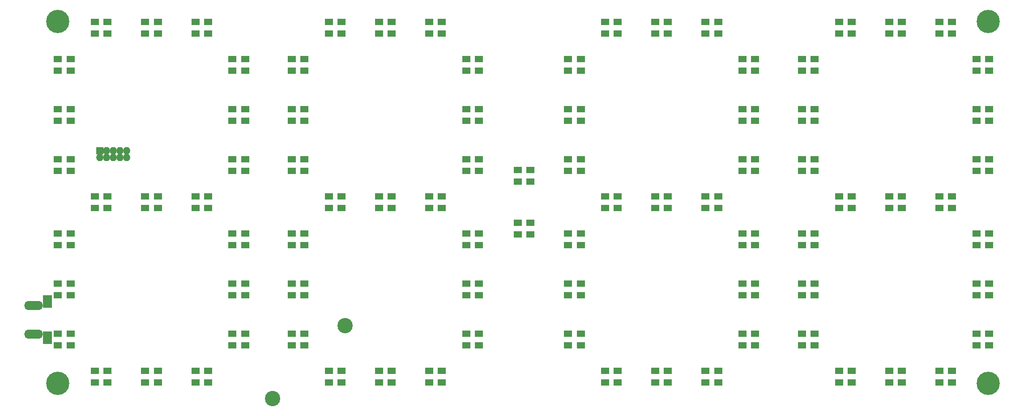
<source format=gbr>
G04 #@! TF.GenerationSoftware,KiCad,Pcbnew,(5.0.0)*
G04 #@! TF.CreationDate,2020-11-19T16:59:29-05:00*
G04 #@! TF.ProjectId,WS2812B Mini Clock,57533238313242204D696E6920436C6F,rev?*
G04 #@! TF.SameCoordinates,Original*
G04 #@! TF.FileFunction,Soldermask,Top*
G04 #@! TF.FilePolarity,Negative*
%FSLAX46Y46*%
G04 Gerber Fmt 4.6, Leading zero omitted, Abs format (unit mm)*
G04 Created by KiCad (PCBNEW (5.0.0)) date 11/19/20 16:59:29*
%MOMM*%
%LPD*%
G01*
G04 APERTURE LIST*
%ADD10R,1.500000X1.300000*%
%ADD11C,4.400000*%
%ADD12C,2.900000*%
%ADD13O,3.550000X1.700000*%
%ADD14R,1.800000X2.400000*%
%ADD15R,1.400000X1.400000*%
%ADD16O,1.400000X1.400000*%
G04 APERTURE END LIST*
D10*
G04 #@! TO.C,U71*
X195200000Y-86150000D03*
X195200000Y-88350000D03*
X192800000Y-88350000D03*
X192800000Y-86150000D03*
G04 #@! TD*
G04 #@! TO.C,U54*
X150950000Y-86150000D03*
X150950000Y-88350000D03*
X148550000Y-88350000D03*
X148550000Y-86150000D03*
G04 #@! TD*
G04 #@! TO.C,U58*
X150950000Y-109650000D03*
X150950000Y-111850000D03*
X148550000Y-111850000D03*
X148550000Y-109650000D03*
G04 #@! TD*
G04 #@! TO.C,U49*
X150950000Y-95650000D03*
X150950000Y-97850000D03*
X148550000Y-97850000D03*
X148550000Y-95650000D03*
G04 #@! TD*
G04 #@! TO.C,U59*
X150950000Y-76650000D03*
X150950000Y-78850000D03*
X148550000Y-78850000D03*
X148550000Y-76650000D03*
G04 #@! TD*
D11*
G04 #@! TO.C,REF3*
X228000000Y-69500000D03*
G04 #@! TD*
D10*
G04 #@! TO.C,U53*
X150950000Y-119150000D03*
X150950000Y-121350000D03*
X148550000Y-121350000D03*
X148550000Y-119150000D03*
G04 #@! TD*
D11*
G04 #@! TO.C,REF4*
X228000000Y-138000000D03*
G04 #@! TD*
D10*
G04 #@! TO.C,U89*
X221200000Y-102650000D03*
X221200000Y-104850000D03*
X218800000Y-104850000D03*
X218800000Y-102650000D03*
G04 #@! TD*
G04 #@! TO.C,U80*
X221200000Y-135650000D03*
X221200000Y-137850000D03*
X218800000Y-137850000D03*
X218800000Y-135650000D03*
G04 #@! TD*
G04 #@! TO.C,U86*
X228200000Y-95650000D03*
X228200000Y-97850000D03*
X225800000Y-97850000D03*
X225800000Y-95650000D03*
G04 #@! TD*
G04 #@! TO.C,U67*
X202200000Y-69650000D03*
X202200000Y-71850000D03*
X199800000Y-71850000D03*
X199800000Y-69650000D03*
G04 #@! TD*
G04 #@! TO.C,U82*
X228200000Y-86150000D03*
X228200000Y-88350000D03*
X225800000Y-88350000D03*
X225800000Y-86150000D03*
G04 #@! TD*
G04 #@! TO.C,U72*
X211700000Y-69650000D03*
X211700000Y-71850000D03*
X209300000Y-71850000D03*
X209300000Y-69650000D03*
G04 #@! TD*
G04 #@! TO.C,U87*
X228200000Y-128650000D03*
X228200000Y-130850000D03*
X225800000Y-130850000D03*
X225800000Y-128650000D03*
G04 #@! TD*
G04 #@! TO.C,U83*
X228200000Y-119150000D03*
X228200000Y-121350000D03*
X225800000Y-121350000D03*
X225800000Y-119150000D03*
G04 #@! TD*
G04 #@! TO.C,U79*
X228200000Y-109650000D03*
X228200000Y-111850000D03*
X225800000Y-111850000D03*
X225800000Y-109650000D03*
G04 #@! TD*
G04 #@! TO.C,U66*
X195200000Y-95650000D03*
X195200000Y-97850000D03*
X192800000Y-97850000D03*
X192800000Y-95650000D03*
G04 #@! TD*
G04 #@! TO.C,U76*
X195200000Y-76650000D03*
X195200000Y-78850000D03*
X192800000Y-78850000D03*
X192800000Y-76650000D03*
G04 #@! TD*
G04 #@! TO.C,U85*
X211700000Y-102650000D03*
X211700000Y-104850000D03*
X209300000Y-104850000D03*
X209300000Y-102650000D03*
G04 #@! TD*
G04 #@! TO.C,U81*
X202200000Y-102650000D03*
X202200000Y-104850000D03*
X199800000Y-104850000D03*
X199800000Y-102650000D03*
G04 #@! TD*
G04 #@! TO.C,U88*
X202200000Y-135650000D03*
X202200000Y-137850000D03*
X199800000Y-137850000D03*
X199800000Y-135650000D03*
G04 #@! TD*
G04 #@! TO.C,U78*
X228200000Y-76650000D03*
X228200000Y-78850000D03*
X225800000Y-78850000D03*
X225800000Y-76650000D03*
G04 #@! TD*
G04 #@! TO.C,U75*
X195200000Y-109650000D03*
X195200000Y-111850000D03*
X192800000Y-111850000D03*
X192800000Y-109650000D03*
G04 #@! TD*
G04 #@! TO.C,U77*
X221200000Y-69650000D03*
X221200000Y-71850000D03*
X218800000Y-71850000D03*
X218800000Y-69650000D03*
G04 #@! TD*
G04 #@! TO.C,U84*
X211700000Y-135650000D03*
X211700000Y-137850000D03*
X209300000Y-137850000D03*
X209300000Y-135650000D03*
G04 #@! TD*
G04 #@! TO.C,U50*
X157950000Y-69650000D03*
X157950000Y-71850000D03*
X155550000Y-71850000D03*
X155550000Y-69650000D03*
G04 #@! TD*
G04 #@! TO.C,U73*
X157950000Y-135650000D03*
X157950000Y-137850000D03*
X155550000Y-137850000D03*
X155550000Y-135650000D03*
G04 #@! TD*
G04 #@! TO.C,U56*
X183950000Y-86150000D03*
X183950000Y-88350000D03*
X181550000Y-88350000D03*
X181550000Y-86150000D03*
G04 #@! TD*
G04 #@! TO.C,U65*
X195200000Y-128650000D03*
X195200000Y-130850000D03*
X192800000Y-130850000D03*
X192800000Y-128650000D03*
G04 #@! TD*
G04 #@! TO.C,U57*
X183950000Y-119150000D03*
X183950000Y-121350000D03*
X181550000Y-121350000D03*
X181550000Y-119150000D03*
G04 #@! TD*
G04 #@! TO.C,U55*
X167450000Y-69650000D03*
X167450000Y-71850000D03*
X165050000Y-71850000D03*
X165050000Y-69650000D03*
G04 #@! TD*
G04 #@! TO.C,U62*
X183950000Y-128650000D03*
X183950000Y-130850000D03*
X181550000Y-130850000D03*
X181550000Y-128650000D03*
G04 #@! TD*
G04 #@! TO.C,U48*
X150950000Y-128650000D03*
X150950000Y-130850000D03*
X148550000Y-130850000D03*
X148550000Y-128650000D03*
G04 #@! TD*
G04 #@! TO.C,U51*
X183950000Y-76650000D03*
X183950000Y-78850000D03*
X181550000Y-78850000D03*
X181550000Y-76650000D03*
G04 #@! TD*
G04 #@! TO.C,U64*
X157950000Y-102650000D03*
X157950000Y-104850000D03*
X155550000Y-104850000D03*
X155550000Y-102650000D03*
G04 #@! TD*
G04 #@! TO.C,U70*
X195200000Y-119150000D03*
X195200000Y-121350000D03*
X192800000Y-121350000D03*
X192800000Y-119150000D03*
G04 #@! TD*
G04 #@! TO.C,U63*
X176950000Y-135650000D03*
X176950000Y-137850000D03*
X174550000Y-137850000D03*
X174550000Y-135650000D03*
G04 #@! TD*
G04 #@! TO.C,U74*
X176950000Y-102650000D03*
X176950000Y-104850000D03*
X174550000Y-104850000D03*
X174550000Y-102650000D03*
G04 #@! TD*
G04 #@! TO.C,U68*
X167450000Y-135650000D03*
X167450000Y-137850000D03*
X165050000Y-137850000D03*
X165050000Y-135650000D03*
G04 #@! TD*
G04 #@! TO.C,U52*
X183950000Y-109650000D03*
X183950000Y-111850000D03*
X181550000Y-111850000D03*
X181550000Y-109650000D03*
G04 #@! TD*
G04 #@! TO.C,U61*
X183950000Y-95650000D03*
X183950000Y-97850000D03*
X181550000Y-97850000D03*
X181550000Y-95650000D03*
G04 #@! TD*
G04 #@! TO.C,U60*
X176950000Y-69650000D03*
X176950000Y-71850000D03*
X174550000Y-71850000D03*
X174550000Y-69650000D03*
G04 #@! TD*
G04 #@! TO.C,U69*
X167450000Y-102650000D03*
X167450000Y-104850000D03*
X165050000Y-104850000D03*
X165050000Y-102650000D03*
G04 #@! TD*
D11*
G04 #@! TO.C,REF2*
X52000000Y-69500000D03*
G04 #@! TD*
D10*
G04 #@! TO.C,U6*
X52050000Y-76650000D03*
X52050000Y-78850000D03*
X54450000Y-78850000D03*
X54450000Y-76650000D03*
G04 #@! TD*
G04 #@! TO.C,U3*
X52050000Y-109650000D03*
X52050000Y-111850000D03*
X54450000Y-111850000D03*
X54450000Y-109650000D03*
G04 #@! TD*
G04 #@! TO.C,U4*
X52050000Y-95650000D03*
X52050000Y-97850000D03*
X54450000Y-97850000D03*
X54450000Y-95650000D03*
G04 #@! TD*
G04 #@! TO.C,U5*
X52050000Y-86150000D03*
X52050000Y-88350000D03*
X54450000Y-88350000D03*
X54450000Y-86150000D03*
G04 #@! TD*
G04 #@! TO.C,U2*
X52050000Y-119150000D03*
X52050000Y-121350000D03*
X54450000Y-121350000D03*
X54450000Y-119150000D03*
G04 #@! TD*
G04 #@! TO.C,U1*
X52050000Y-128650000D03*
X52050000Y-130850000D03*
X54450000Y-130850000D03*
X54450000Y-128650000D03*
G04 #@! TD*
G04 #@! TO.C,U7*
X59050000Y-69650000D03*
X59050000Y-71850000D03*
X61450000Y-71850000D03*
X61450000Y-69650000D03*
G04 #@! TD*
G04 #@! TO.C,U8*
X68550000Y-69650000D03*
X68550000Y-71850000D03*
X70950000Y-71850000D03*
X70950000Y-69650000D03*
G04 #@! TD*
G04 #@! TO.C,U9*
X78050000Y-69650000D03*
X78050000Y-71850000D03*
X80450000Y-71850000D03*
X80450000Y-69650000D03*
G04 #@! TD*
G04 #@! TO.C,U10*
X85050000Y-76650000D03*
X85050000Y-78850000D03*
X87450000Y-78850000D03*
X87450000Y-76650000D03*
G04 #@! TD*
G04 #@! TO.C,U11*
X85050000Y-86150000D03*
X85050000Y-88350000D03*
X87450000Y-88350000D03*
X87450000Y-86150000D03*
G04 #@! TD*
G04 #@! TO.C,U12*
X85050000Y-95650000D03*
X85050000Y-97850000D03*
X87450000Y-97850000D03*
X87450000Y-95650000D03*
G04 #@! TD*
G04 #@! TO.C,U13*
X85050000Y-109650000D03*
X85050000Y-111850000D03*
X87450000Y-111850000D03*
X87450000Y-109650000D03*
G04 #@! TD*
G04 #@! TO.C,U14*
X85050000Y-119150000D03*
X85050000Y-121350000D03*
X87450000Y-121350000D03*
X87450000Y-119150000D03*
G04 #@! TD*
G04 #@! TO.C,U15*
X85050000Y-128650000D03*
X85050000Y-130850000D03*
X87450000Y-130850000D03*
X87450000Y-128650000D03*
G04 #@! TD*
G04 #@! TO.C,U16*
X78050000Y-135650000D03*
X78050000Y-137850000D03*
X80450000Y-137850000D03*
X80450000Y-135650000D03*
G04 #@! TD*
G04 #@! TO.C,U17*
X68550000Y-135650000D03*
X68550000Y-137850000D03*
X70950000Y-137850000D03*
X70950000Y-135650000D03*
G04 #@! TD*
G04 #@! TO.C,U18*
X59050000Y-135650000D03*
X59050000Y-137850000D03*
X61450000Y-137850000D03*
X61450000Y-135650000D03*
G04 #@! TD*
G04 #@! TO.C,U19*
X59050000Y-102650000D03*
X59050000Y-104850000D03*
X61450000Y-104850000D03*
X61450000Y-102650000D03*
G04 #@! TD*
G04 #@! TO.C,U20*
X68550000Y-102650000D03*
X68550000Y-104850000D03*
X70950000Y-104850000D03*
X70950000Y-102650000D03*
G04 #@! TD*
G04 #@! TO.C,U21*
X78050000Y-102650000D03*
X78050000Y-104850000D03*
X80450000Y-104850000D03*
X80450000Y-102650000D03*
G04 #@! TD*
G04 #@! TO.C,U22*
X96300000Y-128650000D03*
X96300000Y-130850000D03*
X98700000Y-130850000D03*
X98700000Y-128650000D03*
G04 #@! TD*
G04 #@! TO.C,U23*
X96300000Y-119150000D03*
X96300000Y-121350000D03*
X98700000Y-121350000D03*
X98700000Y-119150000D03*
G04 #@! TD*
G04 #@! TO.C,U27*
X96300000Y-109650000D03*
X96300000Y-111850000D03*
X98700000Y-111850000D03*
X98700000Y-109650000D03*
G04 #@! TD*
G04 #@! TO.C,U28*
X96300000Y-95650000D03*
X96300000Y-97850000D03*
X98700000Y-97850000D03*
X98700000Y-95650000D03*
G04 #@! TD*
G04 #@! TO.C,U29*
X96300000Y-86150000D03*
X96300000Y-88350000D03*
X98700000Y-88350000D03*
X98700000Y-86150000D03*
G04 #@! TD*
G04 #@! TO.C,U30*
X96300000Y-76650000D03*
X96300000Y-78850000D03*
X98700000Y-78850000D03*
X98700000Y-76650000D03*
G04 #@! TD*
G04 #@! TO.C,U31*
X103300000Y-69650000D03*
X103300000Y-71850000D03*
X105700000Y-71850000D03*
X105700000Y-69650000D03*
G04 #@! TD*
G04 #@! TO.C,U32*
X112800000Y-69650000D03*
X112800000Y-71850000D03*
X115200000Y-71850000D03*
X115200000Y-69650000D03*
G04 #@! TD*
G04 #@! TO.C,U33*
X122300000Y-69650000D03*
X122300000Y-71850000D03*
X124700000Y-71850000D03*
X124700000Y-69650000D03*
G04 #@! TD*
G04 #@! TO.C,U34*
X129300000Y-76650000D03*
X129300000Y-78850000D03*
X131700000Y-78850000D03*
X131700000Y-76650000D03*
G04 #@! TD*
G04 #@! TO.C,U35*
X129300000Y-86150000D03*
X129300000Y-88350000D03*
X131700000Y-88350000D03*
X131700000Y-86150000D03*
G04 #@! TD*
G04 #@! TO.C,U36*
X129300000Y-95650000D03*
X129300000Y-97850000D03*
X131700000Y-97850000D03*
X131700000Y-95650000D03*
G04 #@! TD*
G04 #@! TO.C,U37*
X129300000Y-109650000D03*
X129300000Y-111850000D03*
X131700000Y-111850000D03*
X131700000Y-109650000D03*
G04 #@! TD*
G04 #@! TO.C,U38*
X129300000Y-119150000D03*
X129300000Y-121350000D03*
X131700000Y-121350000D03*
X131700000Y-119150000D03*
G04 #@! TD*
G04 #@! TO.C,U39*
X129300000Y-128650000D03*
X129300000Y-130850000D03*
X131700000Y-130850000D03*
X131700000Y-128650000D03*
G04 #@! TD*
G04 #@! TO.C,U40*
X122300000Y-135650000D03*
X122300000Y-137850000D03*
X124700000Y-137850000D03*
X124700000Y-135650000D03*
G04 #@! TD*
G04 #@! TO.C,U41*
X112800000Y-135650000D03*
X112800000Y-137850000D03*
X115200000Y-137850000D03*
X115200000Y-135650000D03*
G04 #@! TD*
G04 #@! TO.C,U42*
X103300000Y-135650000D03*
X103300000Y-137850000D03*
X105700000Y-137850000D03*
X105700000Y-135650000D03*
G04 #@! TD*
G04 #@! TO.C,U43*
X103300000Y-102650000D03*
X103300000Y-104850000D03*
X105700000Y-104850000D03*
X105700000Y-102650000D03*
G04 #@! TD*
G04 #@! TO.C,U44*
X112800000Y-102650000D03*
X112800000Y-104850000D03*
X115200000Y-104850000D03*
X115200000Y-102650000D03*
G04 #@! TD*
G04 #@! TO.C,U45*
X122300000Y-102650000D03*
X122300000Y-104850000D03*
X124700000Y-104850000D03*
X124700000Y-102650000D03*
G04 #@! TD*
G04 #@! TO.C,U46*
X139050000Y-97650000D03*
X139050000Y-99850000D03*
X141450000Y-99850000D03*
X141450000Y-97650000D03*
G04 #@! TD*
G04 #@! TO.C,U47*
X139050000Y-107650000D03*
X139050000Y-109850000D03*
X141450000Y-109850000D03*
X141450000Y-107650000D03*
G04 #@! TD*
D12*
G04 #@! TO.C,U24*
X92618272Y-140881728D03*
X106406854Y-127093146D03*
G04 #@! TD*
D13*
G04 #@! TO.C,USB1*
X47480000Y-123275000D03*
D14*
X50030000Y-122575000D03*
X50030000Y-129425000D03*
D13*
X47480000Y-128725000D03*
G04 #@! TD*
D15*
G04 #@! TO.C,J1*
X60000000Y-94000000D03*
D16*
X60000000Y-95270000D03*
X61270000Y-94000000D03*
X61270000Y-95270000D03*
X62540000Y-94000000D03*
X62540000Y-95270000D03*
X63810000Y-94000000D03*
X63810000Y-95270000D03*
X65080000Y-94000000D03*
X65080000Y-95270000D03*
G04 #@! TD*
D11*
G04 #@! TO.C,REF\002A\002A*
X52000000Y-138000000D03*
G04 #@! TD*
M02*

</source>
